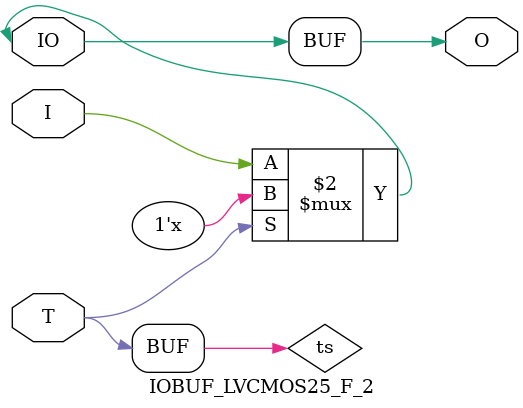
<source format=v>

/*

FUNCTION    : INPUT TRI-STATE OUTPUT BUFFER

*/

`celldefine
`timescale  100 ps / 10 ps

module IOBUF_LVCMOS25_F_2 (O, IO, I, T);

    output O;

    inout  IO;

    input  I, T;

    or O1 (ts, 1'b0, T);
    bufif0 T1 (IO, I, ts);

    buf B1 (O, IO);

endmodule

</source>
